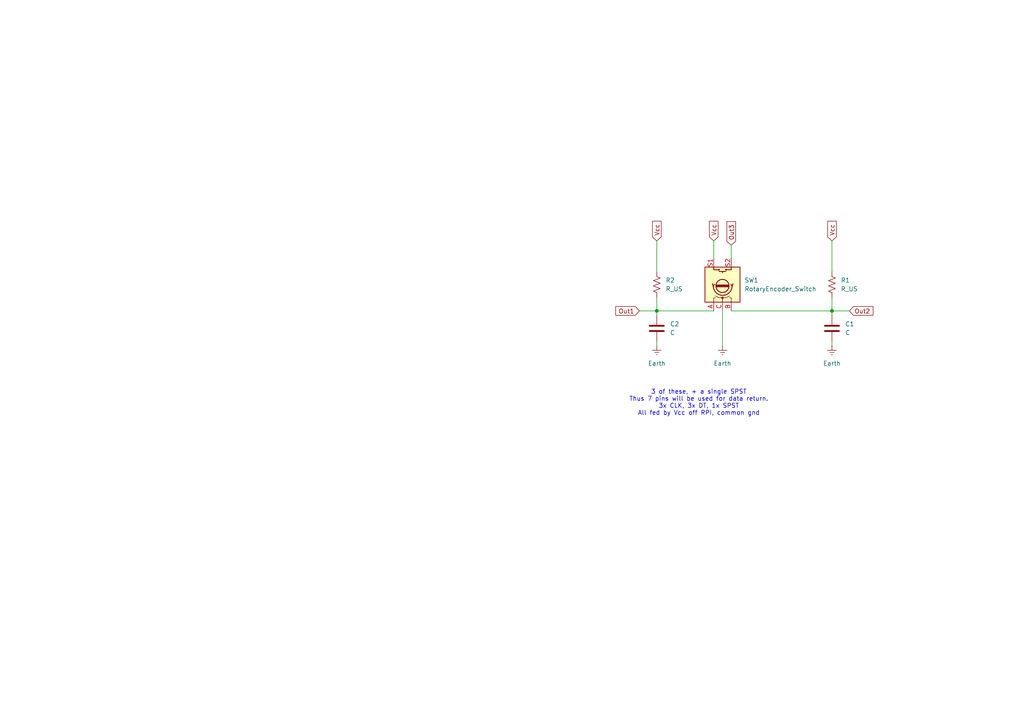
<source format=kicad_sch>
(kicad_sch (version 20250114) (generator "eeschema") (generator_version "9.0")
  (paper "A4")
  (lib_symbols
    (symbol "Device:C" (pin_numbers (hide yes)) (pin_names (offset 0.254))
      (property "Reference" "C" (at 0.635 2.54 0))
      (property "Value" "C" (at 0.635 -2.54 0))
      (symbol "C_0_1"
        (polyline (pts (xy -2.032 0.762) (xy 2.032 0.762)) (stroke (width 0.508)))
        (polyline (pts (xy -2.032 -0.762) (xy 2.032 -0.762)) (stroke (width 0.508)))
      )
      (symbol "C_1_1"
        (pin passive line (at 0 3.81 270) (length 2.794) (name "~") (number "1"))
        (pin passive line (at 0 -3.81 90) (length 2.794) (name "~") (number "2"))
      )
    )
    (symbol "Device:R_US" (pin_numbers (hide yes)) (pin_names (offset 0))
      (property "Reference" "R" (at 2.54 0 90))
      (property "Value" "R_US" (at -2.54 0 90))
      (symbol "R_US_0_1"
        (polyline (pts (xy 0 2.286) (xy 0 2.54)))
        (polyline (pts (xy 0 2.286) (xy 1.016 1.905) (xy 0 1.524) (xy -1.016 1.143) (xy 0 0.762)))
        (polyline (pts (xy 0 0.762) (xy 1.016 0.381) (xy 0 0) (xy -1.016 -0.381) (xy 0 -0.762)))
        (polyline (pts (xy 0 -0.762) (xy 1.016 -1.143) (xy 0 -1.524) (xy -1.016 -1.905) (xy 0 -2.286)))
        (polyline (pts (xy 0 -2.286) (xy 0 -2.54)))
      )
      (symbol "R_US_1_1"
        (pin passive line (at 0 3.81 270) (length 1.27) (name "~") (number "1"))
        (pin passive line (at 0 -3.81 90) (length 1.27) (name "~") (number "2"))
      )
    )
    (symbol "Device:RotaryEncoder_Switch" (pin_names (offset 0.254) (hide yes))
      (property "Reference" "SW" (at 0 6.604 0))
      (property "Value" "RotaryEncoder_Switch" (at 0 -6.604 0))
      (symbol "RotaryEncoder_Switch_0_1"
        (rectangle (start -5.08 5.08) (end 5.08 -5.08) (stroke (width 0.254)) (fill (type background)))
        (polyline (pts (xy -5.08 2.54) (xy -3.81 2.54) (xy -3.81 2.032)))
        (polyline (pts (xy -5.08 0) (xy -3.81 0) (xy -3.81 -1.016) (xy -3.302 -2.032)))
        (polyline (pts (xy -5.08 -2.54) (xy -3.81 -2.54) (xy -3.81 -2.032)))
        (polyline (pts (xy -4.318 0) (xy -3.81 0) (xy -3.81 1.016) (xy -3.302 2.032)))
        (circle (center -3.81 0) (radius 0.254) (fill (type outline)))
        (polyline (pts (xy -0.635 -1.778) (xy -0.635 1.778)) (stroke (width 0.254)))
        (circle (center -0.381 0) (radius 1.905) (stroke (width 0.254)))
        (polyline (pts (xy -0.381 -1.778) (xy -0.381 1.778)) (stroke (width 0.254)))
        (arc (start -0.381 -2.794) (mid -3.0988 -0.0635) (end -0.381 2.667) (stroke (width 0.254)))
        (polyline (pts (xy -0.127 1.778) (xy -0.127 -1.778)) (stroke (width 0.254)))
        (polyline (pts (xy 0.254 2.921) (xy -0.508 2.667) (xy 0.127 2.286)) (stroke (width 0.254)))
        (polyline (pts (xy 0.254 -3.048) (xy -0.508 -2.794) (xy 0.127 -2.413)) (stroke (width 0.254)))
        (polyline (pts (xy 3.81 1.016) (xy 3.81 -1.016)) (stroke (width 0.254)))
        (polyline (pts (xy 3.81 0) (xy 3.429 0)) (stroke (width 0.254)))
        (circle (center 4.318 1.016) (radius 0.127) (stroke (width 0.254)))
        (circle (center 4.318 -1.016) (radius 0.127) (stroke (width 0.254)))
        (polyline (pts (xy 5.08 2.54) (xy 4.318 2.54) (xy 4.318 1.016)) (stroke (width 0.254)))
        (polyline (pts (xy 5.08 -2.54) (xy 4.318 -2.54) (xy 4.318 -1.016)) (stroke (width 0.254)))
      )
      (symbol "RotaryEncoder_Switch_1_1"
        (pin passive line (at -7.62 2.54 0) (length 2.54) (name "A") (number "A"))
        (pin passive line (at -7.62 0 0) (length 2.54) (name "C") (number "C"))
        (pin passive line (at -7.62 -2.54 0) (length 2.54) (name "B") (number "B"))
        (pin passive line (at 7.62 2.54 180) (length 2.54) (name "S1") (number "S1"))
        (pin passive line (at 7.62 -2.54 180) (length 2.54) (name "S2") (number "S2"))
      )
    )
    (symbol "power:Earth" (power) (pin_numbers (hide yes)) (pin_names (offset 0) (hide yes))
      (property "Value" "Earth" (at 0 -3.81 0))
      (symbol "Earth_0_1"
        (polyline (pts (xy -0.635 -1.905) (xy 0.635 -1.905)))
        (polyline (pts (xy -0.127 -2.54) (xy 0.127 -2.54)))
        (polyline (pts (xy 0 -1.27) (xy 0 0)))
        (polyline (pts (xy 1.27 -1.27) (xy -1.27 -1.27)))
      )
      (symbol "Earth_1_1"
        (pin power_in line (at 0 0 270) (length 0) (name "~") (number "1"))
      )
    )
  )
  (text "3 of these, + a single SPST\nThus 7 pins will be used for data return.\n3x CLK, 3x DT, 1x SPST\nAll fed by Vcc off RPI, common gnd" (at 202.692 116.84 0) (effects (font (size 1.27 1.27))))
  (junction (at 190.5 90.17))
  (junction (at 241.3 90.17))
  (wire (pts (xy 241.3 69.85) (xy 241.3 78.74)))
  (wire (pts (xy 241.3 99.06) (xy 241.3 100.33)))
  (wire (pts (xy 190.5 69.85) (xy 190.5 78.74)))
  (wire (pts (xy 241.3 90.17) (xy 241.3 91.44)))
  (wire (pts (xy 209.55 90.17) (xy 209.55 100.33)))
  (wire (pts (xy 190.5 86.36) (xy 190.5 90.17)))
  (wire (pts (xy 241.3 86.36) (xy 241.3 90.17)))
  (wire (pts (xy 190.5 90.17) (xy 190.5 91.44)))
  (wire (pts (xy 190.5 99.06) (xy 190.5 100.33)))
  (wire (pts (xy 212.09 90.17) (xy 241.3 90.17)))
  (wire (pts (xy 207.01 90.17) (xy 190.5 90.17)))
  (wire (pts (xy 207.01 69.85) (xy 207.01 74.93)))
  (wire (pts (xy 241.3 90.17) (xy 246.38 90.17)))
  (wire (pts (xy 212.09 71.12) (xy 212.09 74.93)))
  (wire (pts (xy 185.42 90.17) (xy 190.5 90.17)))
  (global_label "Vcc" (shape input) (at 207.01 69.85 90) (property "Intersheetrefs" "${INTERSHEET_REFS}" (effects (hide yes))))
  (global_label "Out3" (shape input) (at 212.09 71.12 90) (property "Intersheetrefs" "${INTERSHEET_REFS}" (effects (hide yes))))
  (global_label "Vcc" (shape input) (at 241.3 69.85 90) (property "Intersheetrefs" "${INTERSHEET_REFS}" (effects (hide yes))))
  (global_label "Vcc" (shape input) (at 190.5 69.85 90) (property "Intersheetrefs" "${INTERSHEET_REFS}" (effects (hide yes))))
  (global_label "Out2" (shape input) (at 246.38 90.17 0) (property "Intersheetrefs" "${INTERSHEET_REFS}" (effects (hide yes))))
  (global_label "Out1" (shape input) (at 185.42 90.17 180) (property "Intersheetrefs" "${INTERSHEET_REFS}" (effects (hide yes))))
  (symbol (lib_id "power:Earth") (at 209.55 100.33 0) (unit 1)
    (property "Reference" "#PWR01" (effects (hide yes)))
    (property "Value" "Earth" (at 209.55 105.41 0))
    (property "Description" "Power symbol creates a global label with name \"Earth\"" (effects (hide yes)))
  )
  (symbol (lib_id "Device:R_US") (at 241.3 82.55 0) (unit 1)
    (property "Reference" "R1" (at 243.84 81.2799 0) (effects (justify left)))
    (property "Value" "R_US" (at 243.84 83.8199 0) (effects (justify left)))
    (property "Description" "Resistor, US symbol" (effects (hide yes)))
  )
  (symbol (lib_id "Device:R_US") (at 190.5 82.55 0) (unit 1)
    (property "Reference" "R2" (at 193.04 81.2799 0) (effects (justify left)))
    (property "Value" "R_US" (at 193.04 83.8199 0) (effects (justify left)))
    (property "Description" "Resistor, US symbol" (effects (hide yes)))
  )
  (symbol (lib_id "power:Earth") (at 190.5 100.33 0) (unit 1)
    (property "Reference" "#PWR02" (effects (hide yes)))
    (property "Value" "Earth" (at 190.5 105.41 0))
    (property "Description" "Power symbol creates a global label with name \"Earth\"" (effects (hide yes)))
  )
  (symbol (lib_id "Device:C") (at 241.3 95.25 0) (unit 1)
    (property "Reference" "C1" (at 245.11 93.9799 0) (effects (justify left)))
    (property "Value" "C" (at 245.11 96.5199 0) (effects (justify left)))
    (property "Description" "Unpolarized capacitor" (effects (hide yes)))
  )
  (symbol (lib_id "power:Earth") (at 241.3 100.33 0) (unit 1)
    (property "Reference" "#PWR03" (effects (hide yes)))
    (property "Value" "Earth" (at 241.3 105.41 0))
    (property "Description" "Power symbol creates a global label with name \"Earth\"" (effects (hide yes)))
  )
  (symbol (lib_id "Device:C") (at 190.5 95.25 0) (unit 1)
    (property "Reference" "C2" (at 194.31 93.9799 0) (effects (justify left)))
    (property "Value" "C" (at 194.31 96.5199 0) (effects (justify left)))
    (property "Description" "Unpolarized capacitor" (effects (hide yes)))
  )
  (symbol (lib_id "Device:RotaryEncoder_Switch") (at 209.55 82.55 90) (unit 1)
    (property "Reference" "SW1" (at 215.9 81.2799 90) (effects (justify right)))
    (property "Value" "RotaryEncoder_Switch" (at 215.9 83.8199 90) (effects (justify right)))
    (property "Footprint" "Rotary_Encoder:RotaryEncoder_Alps_EC11E-Switch_Vertical_H20mm" (effects (hide yes)))
    (property "Description" "Rotary encoder, dual channel, incremental quadrate outputs, with switch" (effects (hide yes)))
  )
)
</source>
